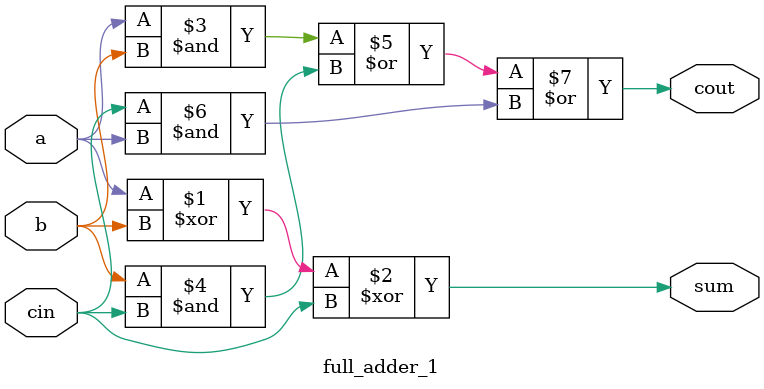
<source format=v>
`timescale 1ns / 1ps
module full_adder_1(a,b,cin,sum,cout
    );
	input a;

	input b;

	input cin;

	output sum;
	
	wire sum;
	
output cout;
wire cout;
assign sum = a^b^cin;
assign cout = (a & b) | (b & cin) | (cin & a);


endmodule

</source>
